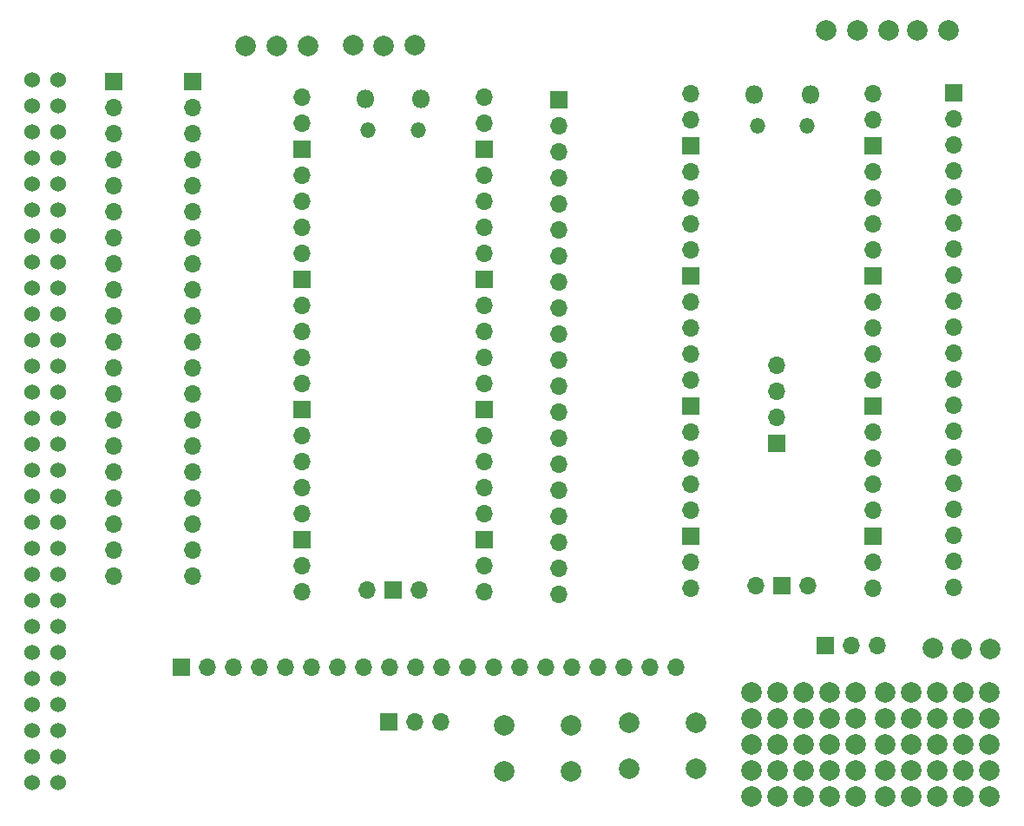
<source format=gts>
%TF.GenerationSoftware,KiCad,Pcbnew,6.0.11-2627ca5db0~126~ubuntu22.04.1*%
%TF.CreationDate,2023-11-05T18:43:30+00:00*%
%TF.ProjectId,zx-spectrum-diagnostics,7a782d73-7065-4637-9472-756d2d646961,rev?*%
%TF.SameCoordinates,Original*%
%TF.FileFunction,Soldermask,Top*%
%TF.FilePolarity,Negative*%
%FSLAX46Y46*%
G04 Gerber Fmt 4.6, Leading zero omitted, Abs format (unit mm)*
G04 Created by KiCad (PCBNEW 6.0.11-2627ca5db0~126~ubuntu22.04.1) date 2023-11-05 18:43:30*
%MOMM*%
%LPD*%
G01*
G04 APERTURE LIST*
%ADD10C,2.000000*%
%ADD11R,1.700000X1.700000*%
%ADD12O,1.700000X1.700000*%
%ADD13C,1.524000*%
%ADD14O,1.800000X1.800000*%
%ADD15O,1.500000X1.500000*%
G04 APERTURE END LIST*
D10*
%TO.C,*%
X155890000Y-76424000D03*
%TD*%
%TO.C,*%
X158938000Y-76424000D03*
%TD*%
%TO.C,*%
X161986000Y-76424000D03*
%TD*%
%TO.C,*%
X164780000Y-76424000D03*
%TD*%
%TO.C,REF\u002A\u002A17*%
X166690000Y-148640000D03*
%TD*%
%TO.C,REF\u002A\u002A20*%
X148610000Y-151180000D03*
%TD*%
%TO.C,*%
X109726000Y-77898000D03*
%TD*%
%TO.C,REF\u002A\u002A19*%
X158770000Y-148640000D03*
%TD*%
%TO.C,REF\u002A\u002A*%
X148610000Y-141020000D03*
%TD*%
%TO.C,*%
X99248000Y-78018000D03*
%TD*%
%TO.C,REF\u002A\u002A10*%
X148610000Y-146100000D03*
%TD*%
%TO.C,REF\u002A\u002A21*%
X151150000Y-151180000D03*
%TD*%
%TO.C,REF\u002A\u002A17*%
X153690000Y-148640000D03*
%TD*%
%TO.C,REF\u002A\u002A1*%
X151150000Y-141020000D03*
%TD*%
%TO.C,REF\u002A\u002A3*%
X169230000Y-141020000D03*
%TD*%
%TO.C,REF\u002A\u002A8*%
X169230000Y-143560000D03*
%TD*%
%TO.C,REF\u002A\u002A21*%
X164150000Y-151180000D03*
%TD*%
%TO.C,REF\u002A\u002A11*%
X164150000Y-146100000D03*
%TD*%
%TO.C,REF\u002A\u002A9*%
X158770000Y-143560000D03*
%TD*%
%TO.C,REF\u002A\u002A6*%
X164150000Y-143560000D03*
%TD*%
%TO.C,REF\u002A\u002A18*%
X156230000Y-148640000D03*
%TD*%
%TO.C,REF\u002A\u002A24*%
X158770000Y-151180000D03*
%TD*%
%TO.C,REF\u002A\u002A12*%
X166690000Y-146100000D03*
%TD*%
%TO.C,REF\u002A\u002A*%
X161610000Y-141020000D03*
%TD*%
%TO.C,*%
X166270000Y-136750000D03*
%TD*%
%TO.C,REF\u002A\u002A13*%
X156230000Y-146100000D03*
%TD*%
%TO.C,*%
X102296000Y-77948000D03*
%TD*%
%TO.C,REF\u002A\u002A24*%
X171770000Y-151180000D03*
%TD*%
%TO.C,REF\u002A\u002A3*%
X156230000Y-141020000D03*
%TD*%
%TO.C,REF\u002A\u002A22*%
X166690000Y-151180000D03*
%TD*%
%TO.C,REF\u002A\u002A13*%
X169230000Y-146100000D03*
%TD*%
%TO.C,*%
X171850000Y-136810000D03*
%TD*%
%TO.C,REF\u002A\u002A2*%
X166690000Y-141020000D03*
%TD*%
D11*
%TO.C,J101*%
X151064000Y-116800000D03*
D12*
X151064000Y-114260000D03*
X151064000Y-111720000D03*
X151064000Y-109180000D03*
%TD*%
D10*
%TO.C,*%
X115758000Y-77898000D03*
%TD*%
%TO.C,SW101*%
X143138000Y-148524000D03*
X136638000Y-148524000D03*
X136638000Y-144024000D03*
X143138000Y-144024000D03*
%TD*%
%TO.C,REF\u002A\u002A15*%
X161610000Y-148640000D03*
%TD*%
%TO.C,REF\u002A\u002A5*%
X148610000Y-143560000D03*
%TD*%
%TO.C,*%
X112710000Y-77948000D03*
%TD*%
%TO.C,*%
X169050000Y-136800000D03*
%TD*%
%TO.C,REF\u002A\u002A2*%
X153690000Y-141020000D03*
%TD*%
%TO.C,REF\u002A\u002A6*%
X151150000Y-143560000D03*
%TD*%
%TO.C,REF\u002A\u002A11*%
X151150000Y-146100000D03*
%TD*%
%TO.C,REF\u002A\u002A14*%
X171770000Y-146100000D03*
%TD*%
%TO.C,SW102*%
X130946000Y-148778000D03*
X124446000Y-148778000D03*
X130946000Y-144278000D03*
X124446000Y-144278000D03*
%TD*%
%TO.C,REF\u002A\u002A1*%
X164150000Y-141020000D03*
%TD*%
%TO.C,REF\u002A\u002A16*%
X164150000Y-148640000D03*
%TD*%
%TO.C,REF\u002A\u002A10*%
X161610000Y-146100000D03*
%TD*%
%TO.C,*%
X105344000Y-77948000D03*
%TD*%
%TO.C,REF\u002A\u002A4*%
X158770000Y-141020000D03*
%TD*%
%TO.C,REF\u002A\u002A20*%
X161610000Y-151180000D03*
%TD*%
%TO.C,REF\u002A\u002A16*%
X151150000Y-148640000D03*
%TD*%
%TO.C,REF\u002A\u002A15*%
X148610000Y-148640000D03*
%TD*%
%TO.C,*%
X167828000Y-76424000D03*
%TD*%
%TO.C,REF\u002A\u002A14*%
X158770000Y-146100000D03*
%TD*%
%TO.C,REF\u002A\u002A7*%
X166690000Y-143560000D03*
%TD*%
%TO.C,REF\u002A\u002A9*%
X171770000Y-143560000D03*
%TD*%
%TO.C,REF\u002A\u002A12*%
X153690000Y-146100000D03*
%TD*%
%TO.C,REF\u002A\u002A19*%
X171770000Y-148640000D03*
%TD*%
%TO.C,REF\u002A\u002A7*%
X153690000Y-143560000D03*
%TD*%
%TO.C,REF\u002A\u002A23*%
X169230000Y-151180000D03*
%TD*%
%TO.C,REF\u002A\u002A23*%
X156230000Y-151180000D03*
%TD*%
%TO.C,REF\u002A\u002A22*%
X153690000Y-151180000D03*
%TD*%
%TO.C,REF\u002A\u002A4*%
X171770000Y-141020000D03*
%TD*%
D13*
%TO.C,Z101*%
X78420000Y-91470000D03*
X80960000Y-91470000D03*
X80960000Y-81310000D03*
X80960000Y-83850000D03*
X80960000Y-86390000D03*
X80960000Y-88930000D03*
X80960000Y-94010000D03*
X80960000Y-96550000D03*
X80960000Y-99090000D03*
X80960000Y-101630000D03*
X80960000Y-104170000D03*
X80960000Y-106710000D03*
X80960000Y-109250000D03*
X80960000Y-111790000D03*
X80960000Y-114330000D03*
X80960000Y-116870000D03*
X80960000Y-119410000D03*
X80960000Y-121950000D03*
X80960000Y-124490000D03*
X80960000Y-127030000D03*
X80960000Y-129570000D03*
X80960000Y-132110000D03*
X80960000Y-134650000D03*
X80960000Y-137190000D03*
X80960000Y-139730000D03*
X80960000Y-142270000D03*
X80960000Y-144810000D03*
X80960000Y-147350000D03*
X80960000Y-149890000D03*
X78420000Y-81310000D03*
X78420000Y-83850000D03*
X78420000Y-86390000D03*
X78420000Y-88930000D03*
X78420000Y-94010000D03*
X78420000Y-96550000D03*
X78420000Y-99090000D03*
X78420000Y-101630000D03*
X78420000Y-104170000D03*
X78420000Y-106710000D03*
X78420000Y-109250000D03*
X78420000Y-111790000D03*
X78420000Y-114330000D03*
X78420000Y-116870000D03*
X78420000Y-119410000D03*
X78420000Y-121950000D03*
X78420000Y-124490000D03*
X78420000Y-127030000D03*
X78420000Y-129570000D03*
X78420000Y-132110000D03*
X78420000Y-134650000D03*
X78420000Y-137190000D03*
X78420000Y-139730000D03*
X78420000Y-142270000D03*
X78420000Y-144810000D03*
X78420000Y-147350000D03*
X78420000Y-149890000D03*
%TD*%
D10*
%TO.C,REF\u002A\u002A5*%
X161610000Y-143560000D03*
%TD*%
%TO.C,REF\u002A\u002A8*%
X156230000Y-143560000D03*
%TD*%
%TO.C,REF\u002A\u002A18*%
X169230000Y-148640000D03*
%TD*%
D11*
%TO.C,J203*%
X86365000Y-81470000D03*
D12*
X86365000Y-84010000D03*
X86365000Y-86550000D03*
X86365000Y-89090000D03*
X86365000Y-91630000D03*
X86365000Y-94170000D03*
X86365000Y-96710000D03*
X86365000Y-99250000D03*
X86365000Y-101790000D03*
X86365000Y-104330000D03*
X86365000Y-106870000D03*
X86365000Y-109410000D03*
X86365000Y-111950000D03*
X86365000Y-114490000D03*
X86365000Y-117030000D03*
X86365000Y-119570000D03*
X86365000Y-122110000D03*
X86365000Y-124650000D03*
X86365000Y-127190000D03*
X86365000Y-129730000D03*
%TD*%
D11*
%TO.C,J204*%
X168295000Y-82560000D03*
D12*
X168295000Y-85100000D03*
X168295000Y-87640000D03*
X168295000Y-90180000D03*
X168295000Y-92720000D03*
X168295000Y-95260000D03*
X168295000Y-97800000D03*
X168295000Y-100340000D03*
X168295000Y-102880000D03*
X168295000Y-105420000D03*
X168295000Y-107960000D03*
X168295000Y-110500000D03*
X168295000Y-113040000D03*
X168295000Y-115580000D03*
X168295000Y-118120000D03*
X168295000Y-120660000D03*
X168295000Y-123200000D03*
X168295000Y-125740000D03*
X168295000Y-128280000D03*
X168295000Y-130820000D03*
%TD*%
%TO.C,J202*%
X141250000Y-138565000D03*
X138710000Y-138565000D03*
X136170000Y-138565000D03*
X133630000Y-138565000D03*
X131090000Y-138565000D03*
X128550000Y-138565000D03*
X126010000Y-138565000D03*
X123470000Y-138565000D03*
X120930000Y-138565000D03*
X118390000Y-138565000D03*
X115850000Y-138565000D03*
X113310000Y-138565000D03*
X110770000Y-138565000D03*
X108230000Y-138565000D03*
X105690000Y-138565000D03*
X103150000Y-138565000D03*
X100610000Y-138565000D03*
X98070000Y-138565000D03*
X95530000Y-138565000D03*
D11*
X92990000Y-138565000D03*
%TD*%
%TO.C,J102*%
X155825000Y-136465000D03*
D12*
X158365000Y-136465000D03*
X160905000Y-136465000D03*
%TD*%
D14*
%TO.C,U102*%
X116355000Y-83150000D03*
D15*
X111205000Y-86180000D03*
X116055000Y-86180000D03*
D14*
X110905000Y-83150000D03*
D12*
X122520000Y-83020000D03*
X122520000Y-85560000D03*
D11*
X122520000Y-88100000D03*
D12*
X122520000Y-90640000D03*
X122520000Y-93180000D03*
X122520000Y-95720000D03*
X122520000Y-98260000D03*
D11*
X122520000Y-100800000D03*
D12*
X122520000Y-103340000D03*
X122520000Y-105880000D03*
X122520000Y-108420000D03*
X122520000Y-110960000D03*
D11*
X122520000Y-113500000D03*
D12*
X122520000Y-116040000D03*
X122520000Y-118580000D03*
X122520000Y-121120000D03*
X122520000Y-123660000D03*
D11*
X122520000Y-126200000D03*
D12*
X122520000Y-128740000D03*
X122520000Y-131280000D03*
X104740000Y-131280000D03*
X104740000Y-128740000D03*
D11*
X104740000Y-126200000D03*
D12*
X104740000Y-123660000D03*
X104740000Y-121120000D03*
X104740000Y-118580000D03*
X104740000Y-116040000D03*
D11*
X104740000Y-113500000D03*
D12*
X104740000Y-110960000D03*
X104740000Y-108420000D03*
X104740000Y-105880000D03*
X104740000Y-103340000D03*
D11*
X104740000Y-100800000D03*
D12*
X104740000Y-98260000D03*
X104740000Y-95720000D03*
X104740000Y-93180000D03*
X104740000Y-90640000D03*
D11*
X104740000Y-88100000D03*
D12*
X104740000Y-85560000D03*
X104740000Y-83020000D03*
X116170000Y-131050000D03*
D11*
X113630000Y-131050000D03*
D12*
X111090000Y-131050000D03*
%TD*%
D11*
%TO.C,J103*%
X113235000Y-143915000D03*
D12*
X115775000Y-143915000D03*
X118315000Y-143915000D03*
%TD*%
D14*
%TO.C,U101*%
X154325000Y-82755000D03*
D15*
X149175000Y-85785000D03*
X154025000Y-85785000D03*
D14*
X148875000Y-82755000D03*
D12*
X160490000Y-82625000D03*
X160490000Y-85165000D03*
D11*
X160490000Y-87705000D03*
D12*
X160490000Y-90245000D03*
X160490000Y-92785000D03*
X160490000Y-95325000D03*
X160490000Y-97865000D03*
D11*
X160490000Y-100405000D03*
D12*
X160490000Y-102945000D03*
X160490000Y-105485000D03*
X160490000Y-108025000D03*
X160490000Y-110565000D03*
D11*
X160490000Y-113105000D03*
D12*
X160490000Y-115645000D03*
X160490000Y-118185000D03*
X160490000Y-120725000D03*
X160490000Y-123265000D03*
D11*
X160490000Y-125805000D03*
D12*
X160490000Y-128345000D03*
X160490000Y-130885000D03*
X142710000Y-130885000D03*
X142710000Y-128345000D03*
D11*
X142710000Y-125805000D03*
D12*
X142710000Y-123265000D03*
X142710000Y-120725000D03*
X142710000Y-118185000D03*
X142710000Y-115645000D03*
D11*
X142710000Y-113105000D03*
D12*
X142710000Y-110565000D03*
X142710000Y-108025000D03*
X142710000Y-105485000D03*
X142710000Y-102945000D03*
D11*
X142710000Y-100405000D03*
D12*
X142710000Y-97865000D03*
X142710000Y-95325000D03*
X142710000Y-92785000D03*
X142710000Y-90245000D03*
D11*
X142710000Y-87705000D03*
D12*
X142710000Y-85165000D03*
X142710000Y-82625000D03*
X154140000Y-130655000D03*
D11*
X151600000Y-130655000D03*
D12*
X149060000Y-130655000D03*
%TD*%
D11*
%TO.C,J205*%
X129770000Y-83240000D03*
D12*
X129770000Y-85780000D03*
X129770000Y-88320000D03*
X129770000Y-90860000D03*
X129770000Y-93400000D03*
X129770000Y-95940000D03*
X129770000Y-98480000D03*
X129770000Y-101020000D03*
X129770000Y-103560000D03*
X129770000Y-106100000D03*
X129770000Y-108640000D03*
X129770000Y-111180000D03*
X129770000Y-113720000D03*
X129770000Y-116260000D03*
X129770000Y-118800000D03*
X129770000Y-121340000D03*
X129770000Y-123880000D03*
X129770000Y-126420000D03*
X129770000Y-128960000D03*
X129770000Y-131500000D03*
%TD*%
D11*
%TO.C,J201*%
X94090000Y-81430000D03*
D12*
X94090000Y-83970000D03*
X94090000Y-86510000D03*
X94090000Y-89050000D03*
X94090000Y-91590000D03*
X94090000Y-94130000D03*
X94090000Y-96670000D03*
X94090000Y-99210000D03*
X94090000Y-101750000D03*
X94090000Y-104290000D03*
X94090000Y-106830000D03*
X94090000Y-109370000D03*
X94090000Y-111910000D03*
X94090000Y-114450000D03*
X94090000Y-116990000D03*
X94090000Y-119530000D03*
X94090000Y-122070000D03*
X94090000Y-124610000D03*
X94090000Y-127150000D03*
X94090000Y-129690000D03*
%TD*%
M02*

</source>
